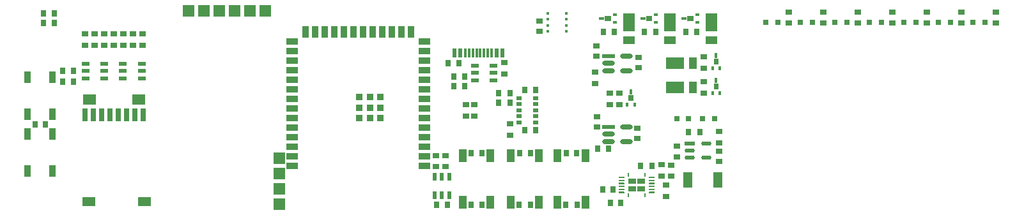
<source format=gtp>
G04*
G04 #@! TF.GenerationSoftware,Altium Limited,Altium Designer,22.9.1 (49)*
G04*
G04 Layer_Color=8421504*
%FSLAX25Y25*%
%MOIN*%
G70*
G04*
G04 #@! TF.SameCoordinates,3F8A9F32-4B6F-401C-BF37-4CBD66F0855C*
G04*
G04*
G04 #@! TF.FilePolarity,Positive*
G04*
G01*
G75*
%ADD15R,0.00984X0.02067*%
%ADD16R,0.00984X0.02067*%
%ADD17R,0.00984X0.02067*%
%ADD18R,0.00984X0.02067*%
%ADD19R,0.03937X0.03150*%
%ADD20R,0.03937X0.03150*%
%ADD21R,0.03937X0.03150*%
%ADD22R,0.03937X0.03150*%
%ADD23R,0.04331X0.07087*%
%ADD24R,0.03543X0.05906*%
%ADD25R,0.03543X0.02756*%
%ADD26R,0.03150X0.03543*%
%ADD27R,0.02756X0.03543*%
%ADD28R,0.06721X0.02425*%
G04:AMPARAMS|DCode=29|XSize=67.21mil|YSize=24.25mil|CornerRadius=12.12mil|HoleSize=0mil|Usage=FLASHONLY|Rotation=0.000|XOffset=0mil|YOffset=0mil|HoleType=Round|Shape=RoundedRectangle|*
%AMROUNDEDRECTD29*
21,1,0.06721,0.00000,0,0,0.0*
21,1,0.04296,0.02425,0,0,0.0*
1,1,0.02425,0.02148,0.00000*
1,1,0.02425,-0.02148,0.00000*
1,1,0.02425,-0.02148,0.00000*
1,1,0.02425,0.02148,0.00000*
%
%ADD29ROUNDEDRECTD29*%
%ADD30R,0.04134X0.05906*%
%ADD31R,0.09449X0.05906*%
%ADD32R,0.05906X0.04134*%
%ADD33R,0.05906X0.09449*%
%ADD34R,0.03150X0.01968*%
%ADD35R,0.01181X0.04528*%
%ADD36R,0.02362X0.04528*%
%ADD37R,0.03543X0.03543*%
%ADD38R,0.05906X0.03543*%
%ADD39R,0.03543X0.05906*%
%ADD40R,0.07087X0.05512*%
%ADD41R,0.07087X0.04724*%
%ADD42R,0.03150X0.07087*%
%ADD43R,0.03543X0.03150*%
%ADD44R,0.06000X0.06000*%
%ADD45R,0.06000X0.06000*%
%ADD46R,0.04331X0.02362*%
%ADD47R,0.03150X0.03150*%
%ADD48R,0.05269X0.02275*%
G04:AMPARAMS|DCode=49|XSize=52.69mil|YSize=22.75mil|CornerRadius=11.38mil|HoleSize=0mil|Usage=FLASHONLY|Rotation=0.000|XOffset=0mil|YOffset=0mil|HoleType=Round|Shape=RoundedRectangle|*
%AMROUNDEDRECTD49*
21,1,0.05269,0.00000,0,0,0.0*
21,1,0.02993,0.02275,0,0,0.0*
1,1,0.02275,0.01497,0.00000*
1,1,0.02275,-0.01497,0.00000*
1,1,0.02275,-0.01497,0.00000*
1,1,0.02275,0.01497,0.00000*
%
%ADD49ROUNDEDRECTD49*%
%ADD50R,0.01968X0.01221*%
%ADD51R,0.02559X0.01221*%
%ADD52R,0.01221X0.01968*%
%ADD53R,0.01221X0.02559*%
%ADD54R,0.05000X0.08268*%
%ADD55R,0.01575X0.01575*%
%ADD56R,0.02362X0.04331*%
G36*
X460118Y242755D02*
X456882D01*
Y245245D01*
X460118D01*
Y242755D01*
D02*
G37*
G36*
X438618D02*
X435382D01*
Y245245D01*
X438618D01*
Y242755D01*
D02*
G37*
G36*
X417118D02*
X413882D01*
Y245245D01*
X417118D01*
Y242755D01*
D02*
G37*
G36*
X473245Y219850D02*
X470755D01*
Y223087D01*
X473245D01*
Y219850D01*
D02*
G37*
G36*
Y206882D02*
X470755D01*
Y210118D01*
X473245D01*
Y206882D01*
D02*
G37*
G36*
X428745Y200882D02*
X426255D01*
Y204118D01*
X428745D01*
Y200882D01*
D02*
G37*
G36*
X439850Y160543D02*
X437016D01*
X436871Y160603D01*
X436761Y160714D01*
X436701Y160859D01*
Y160937D01*
Y161015D01*
X436761Y161160D01*
X436871Y161271D01*
X437016Y161331D01*
X439850D01*
Y160543D01*
D02*
G37*
G36*
X424128Y161271D02*
X424239Y161160D01*
X424299Y161015D01*
Y160937D01*
Y160859D01*
X424239Y160714D01*
X424128Y160603D01*
X423984Y160543D01*
X421150D01*
Y161331D01*
X423984D01*
X424128Y161271D01*
D02*
G37*
G36*
X439850Y158968D02*
X437016D01*
X436871Y159028D01*
X436761Y159139D01*
X436701Y159284D01*
Y159362D01*
Y159441D01*
X436761Y159585D01*
X436871Y159696D01*
X437016Y159756D01*
X437094D01*
Y159756D01*
X439850D01*
Y158968D01*
D02*
G37*
G36*
X423906Y159756D02*
X423984D01*
X424128Y159696D01*
X424239Y159585D01*
X424299Y159441D01*
Y159362D01*
Y159284D01*
X424239Y159139D01*
X424128Y159028D01*
X423984Y158968D01*
X421150D01*
Y159756D01*
X423906Y159756D01*
D02*
G37*
G36*
X439850Y157394D02*
X437016D01*
X436871Y157454D01*
X436761Y157564D01*
X436701Y157709D01*
Y157787D01*
Y157866D01*
X436761Y158010D01*
X436871Y158121D01*
X437016Y158181D01*
X439850D01*
Y157394D01*
D02*
G37*
G36*
X424128Y158121D02*
X424239Y158010D01*
X424299Y157866D01*
Y157787D01*
Y157709D01*
X424239Y157564D01*
X424128Y157454D01*
X423984Y157394D01*
X421150D01*
Y158181D01*
X423984D01*
X424128Y158121D01*
D02*
G37*
G36*
X439850Y155819D02*
X437016D01*
X436871Y155879D01*
X436761Y155990D01*
X436701Y156134D01*
Y156213D01*
Y156291D01*
X436761Y156436D01*
X436871Y156546D01*
X437016Y156606D01*
X439850D01*
Y155819D01*
D02*
G37*
G36*
X424128Y156546D02*
X424239Y156436D01*
X424299Y156291D01*
Y156213D01*
Y156134D01*
X424239Y155990D01*
X424128Y155879D01*
X423984Y155819D01*
X421150D01*
Y156606D01*
X423984D01*
X424128Y156546D01*
D02*
G37*
G36*
X439850Y154244D02*
X437094Y154244D01*
X437016D01*
X436871Y154304D01*
X436761Y154415D01*
X436701Y154560D01*
Y154638D01*
Y154716D01*
X436761Y154861D01*
X436871Y154972D01*
X437016Y155032D01*
X439850D01*
Y154244D01*
D02*
G37*
G36*
X424128Y154972D02*
X424239Y154861D01*
X424299Y154716D01*
Y154638D01*
Y154560D01*
X424239Y154415D01*
X424128Y154304D01*
X423984Y154244D01*
X423906D01*
Y154244D01*
X421150D01*
Y155032D01*
X423984D01*
X424128Y154972D01*
D02*
G37*
G36*
X439850Y152669D02*
X437016D01*
X436871Y152729D01*
X436761Y152840D01*
X436701Y152985D01*
Y153063D01*
Y153141D01*
X436761Y153286D01*
X436871Y153397D01*
X437016Y153457D01*
X439850D01*
Y152669D01*
D02*
G37*
G36*
X424128Y153397D02*
X424239Y153286D01*
X424299Y153141D01*
Y153063D01*
Y152985D01*
X424239Y152840D01*
X424128Y152729D01*
X423984Y152669D01*
X421150D01*
Y153457D01*
X423984D01*
X424128Y153397D01*
D02*
G37*
D15*
X426169Y151636D02*
D03*
D16*
Y162364D02*
D03*
D17*
X434831Y151636D02*
D03*
D18*
Y162364D02*
D03*
D19*
X428138Y155032D02*
D03*
D20*
Y158968D02*
D03*
D21*
X432862Y155032D02*
D03*
D22*
Y158968D02*
D03*
D23*
X389216Y147795D02*
D03*
Y172205D02*
D03*
X403784Y147795D02*
D03*
Y172205D02*
D03*
X379575D02*
D03*
Y147795D02*
D03*
X365008Y172205D02*
D03*
Y147795D02*
D03*
X354283Y172205D02*
D03*
Y147795D02*
D03*
X339717Y172205D02*
D03*
Y147795D02*
D03*
D24*
X125992Y164209D02*
D03*
X113000D02*
D03*
Y183500D02*
D03*
X125992D02*
D03*
X125996Y213146D02*
D03*
X113004D02*
D03*
Y193854D02*
D03*
X125996D02*
D03*
D25*
X564000Y247453D02*
D03*
Y241547D02*
D03*
X416500Y204953D02*
D03*
Y199047D02*
D03*
X421500Y199047D02*
D03*
Y204953D02*
D03*
X158000Y235953D02*
D03*
Y230047D02*
D03*
X173000Y235953D02*
D03*
Y230047D02*
D03*
X153000Y235953D02*
D03*
Y230047D02*
D03*
X148000Y235953D02*
D03*
Y230047D02*
D03*
X168000Y235953D02*
D03*
Y230047D02*
D03*
X143000Y235953D02*
D03*
Y230047D02*
D03*
X163000Y235953D02*
D03*
Y230047D02*
D03*
X510000Y241547D02*
D03*
Y247453D02*
D03*
X528000Y241547D02*
D03*
Y247453D02*
D03*
X546000Y241547D02*
D03*
Y247453D02*
D03*
X582000Y241547D02*
D03*
Y247453D02*
D03*
X600000Y241547D02*
D03*
Y247453D02*
D03*
X618000Y241547D02*
D03*
Y247453D02*
D03*
X448500Y167453D02*
D03*
Y161547D02*
D03*
X443500Y161594D02*
D03*
Y167500D02*
D03*
X361500Y220953D02*
D03*
Y215047D02*
D03*
X446000Y156953D02*
D03*
Y151047D02*
D03*
X409000Y210000D02*
D03*
Y215905D02*
D03*
X465500Y218016D02*
D03*
Y223921D02*
D03*
X473500Y179047D02*
D03*
Y184953D02*
D03*
X465500Y205047D02*
D03*
Y210953D02*
D03*
X346000Y193047D02*
D03*
Y198953D02*
D03*
X341500Y193047D02*
D03*
Y198953D02*
D03*
X364500Y183047D02*
D03*
Y188953D02*
D03*
D26*
X344244Y173500D02*
D03*
X349756D02*
D03*
X393744D02*
D03*
X399256D02*
D03*
X122256Y188543D02*
D03*
X116744D02*
D03*
X412744Y154500D02*
D03*
X418256D02*
D03*
X416744Y147500D02*
D03*
X422256D02*
D03*
X375047Y173500D02*
D03*
X369535D02*
D03*
X377756Y206500D02*
D03*
X372244D02*
D03*
X136756Y211000D02*
D03*
X131244D02*
D03*
D27*
X457547Y184500D02*
D03*
X463453D02*
D03*
X358547Y200000D02*
D03*
X364453D02*
D03*
X399453Y146500D02*
D03*
X393547D02*
D03*
X432547Y167000D02*
D03*
X438453D02*
D03*
X337953Y220500D02*
D03*
X332047D02*
D03*
X340953Y213500D02*
D03*
X335047D02*
D03*
X340953Y208500D02*
D03*
X335047D02*
D03*
X461953Y237000D02*
D03*
X456047D02*
D03*
X440406Y237000D02*
D03*
X434500D02*
D03*
X418953Y237000D02*
D03*
X413047D02*
D03*
X410047Y176000D02*
D03*
X415953D02*
D03*
X344047Y146500D02*
D03*
X349953D02*
D03*
X369339D02*
D03*
X375244D02*
D03*
X364453Y205000D02*
D03*
X358547D02*
D03*
X377953Y185500D02*
D03*
X372047D02*
D03*
X131047Y216500D02*
D03*
X136953D02*
D03*
X121047Y246500D02*
D03*
X126953D02*
D03*
X126953Y241500D02*
D03*
X121047D02*
D03*
X326047Y146500D02*
D03*
X331953D02*
D03*
D28*
X415773Y224240D02*
D03*
Y187240D02*
D03*
D29*
Y220500D02*
D03*
Y216760D02*
D03*
X425227D02*
D03*
Y224240D02*
D03*
X415773Y183500D02*
D03*
Y179760D02*
D03*
X425227D02*
D03*
Y187240D02*
D03*
D30*
X460000Y208000D02*
D03*
X460004Y220468D02*
D03*
D31*
X450650Y208000D02*
D03*
X450654Y220468D02*
D03*
D32*
X448000Y232496D02*
D03*
X469500Y232650D02*
D03*
X426500Y232496D02*
D03*
D33*
X448000Y241846D02*
D03*
X469500Y242000D02*
D03*
X426500Y241846D02*
D03*
D34*
X377831Y202299D02*
D03*
Y199150D02*
D03*
Y196000D02*
D03*
Y192850D02*
D03*
Y189701D02*
D03*
X369169D02*
D03*
Y192850D02*
D03*
Y196000D02*
D03*
Y199150D02*
D03*
Y202299D02*
D03*
D35*
X354890Y225866D02*
D03*
X352921D02*
D03*
X350953D02*
D03*
X348984D02*
D03*
X347016D02*
D03*
X345047D02*
D03*
X343079D02*
D03*
X341110D02*
D03*
D36*
X357449D02*
D03*
X338551D02*
D03*
X360598D02*
D03*
X335402D02*
D03*
D37*
X291354Y197394D02*
D03*
X296866D02*
D03*
X285842D02*
D03*
X296866Y202906D02*
D03*
X291354D02*
D03*
X285842D02*
D03*
X296866Y191882D02*
D03*
X291354D02*
D03*
X285842D02*
D03*
D38*
X319898Y167000D02*
D03*
Y172000D02*
D03*
Y177000D02*
D03*
Y182000D02*
D03*
Y187000D02*
D03*
Y192000D02*
D03*
Y197000D02*
D03*
Y202000D02*
D03*
Y207000D02*
D03*
Y212000D02*
D03*
Y217000D02*
D03*
Y222000D02*
D03*
Y227000D02*
D03*
Y232000D02*
D03*
X251000D02*
D03*
Y227000D02*
D03*
Y222000D02*
D03*
Y217000D02*
D03*
Y212000D02*
D03*
Y207000D02*
D03*
Y202000D02*
D03*
Y197000D02*
D03*
Y192000D02*
D03*
Y187000D02*
D03*
Y182000D02*
D03*
Y177000D02*
D03*
Y172000D02*
D03*
Y167000D02*
D03*
D39*
X312949Y236921D02*
D03*
X307949D02*
D03*
X302949D02*
D03*
X297949D02*
D03*
X292949D02*
D03*
X287949D02*
D03*
X282949D02*
D03*
X277949D02*
D03*
X272949D02*
D03*
X267949D02*
D03*
X262949D02*
D03*
X257949D02*
D03*
D40*
X170795Y201622D02*
D03*
X145205D02*
D03*
D41*
X173945Y148276D02*
D03*
X145008D02*
D03*
D42*
X173158Y193748D02*
D03*
X168827D02*
D03*
X164496D02*
D03*
X160165D02*
D03*
X155835D02*
D03*
X151504D02*
D03*
X147173D02*
D03*
X142842D02*
D03*
D43*
X331000Y172256D02*
D03*
Y166744D02*
D03*
X326000Y172256D02*
D03*
Y166744D02*
D03*
X431500Y218244D02*
D03*
Y223756D02*
D03*
X409500Y229756D02*
D03*
Y224244D02*
D03*
X431000Y181244D02*
D03*
Y186756D02*
D03*
X410000Y192756D02*
D03*
Y187244D02*
D03*
X451500Y177256D02*
D03*
Y171744D02*
D03*
X473500Y174756D02*
D03*
Y169244D02*
D03*
X380000Y242756D02*
D03*
Y237244D02*
D03*
D44*
X236728Y247988D02*
D03*
X228728D02*
D03*
X220730D02*
D03*
X212730D02*
D03*
X204732D02*
D03*
X196732D02*
D03*
D45*
X244063Y170968D02*
D03*
Y162969D02*
D03*
Y154969D02*
D03*
Y146968D02*
D03*
D46*
X162579Y212760D02*
D03*
Y216500D02*
D03*
Y220240D02*
D03*
X172421D02*
D03*
Y216500D02*
D03*
Y212760D02*
D03*
X152921Y220240D02*
D03*
Y216500D02*
D03*
Y212760D02*
D03*
X143079D02*
D03*
Y216500D02*
D03*
Y220240D02*
D03*
X346079Y219240D02*
D03*
Y215500D02*
D03*
Y211760D02*
D03*
X355921D02*
D03*
Y215500D02*
D03*
Y219240D02*
D03*
D47*
X504150Y242000D02*
D03*
X497850D02*
D03*
X522150D02*
D03*
X515850D02*
D03*
X540150D02*
D03*
X533850D02*
D03*
X558150D02*
D03*
X551850D02*
D03*
X576150D02*
D03*
X569850D02*
D03*
X594150D02*
D03*
X587850D02*
D03*
X612150D02*
D03*
X605850D02*
D03*
X464850Y191500D02*
D03*
X471150D02*
D03*
X451350D02*
D03*
X457650D02*
D03*
D48*
X458106Y178740D02*
D03*
D49*
Y175000D02*
D03*
Y171260D02*
D03*
X466894D02*
D03*
Y178740D02*
D03*
D50*
X462043Y242032D02*
D03*
Y245969D02*
D03*
X440543Y242032D02*
D03*
Y245969D02*
D03*
X419043Y242032D02*
D03*
Y245969D02*
D03*
D51*
X455252Y244000D02*
D03*
X433752D02*
D03*
X412252D02*
D03*
D52*
X425531Y198957D02*
D03*
X429468D02*
D03*
X470031Y217925D02*
D03*
X473969D02*
D03*
X470031Y204957D02*
D03*
X473969D02*
D03*
D53*
X427500Y205748D02*
D03*
X472000Y224716D02*
D03*
Y211748D02*
D03*
D54*
X472815Y159500D02*
D03*
X457185D02*
D03*
D55*
X393724Y246724D02*
D03*
Y243575D02*
D03*
Y240425D02*
D03*
Y237276D02*
D03*
X384276D02*
D03*
Y240425D02*
D03*
Y243575D02*
D03*
Y246724D02*
D03*
D56*
X332740Y161421D02*
D03*
X329000D02*
D03*
X325260D02*
D03*
Y151579D02*
D03*
X329000D02*
D03*
X332740D02*
D03*
M02*

</source>
